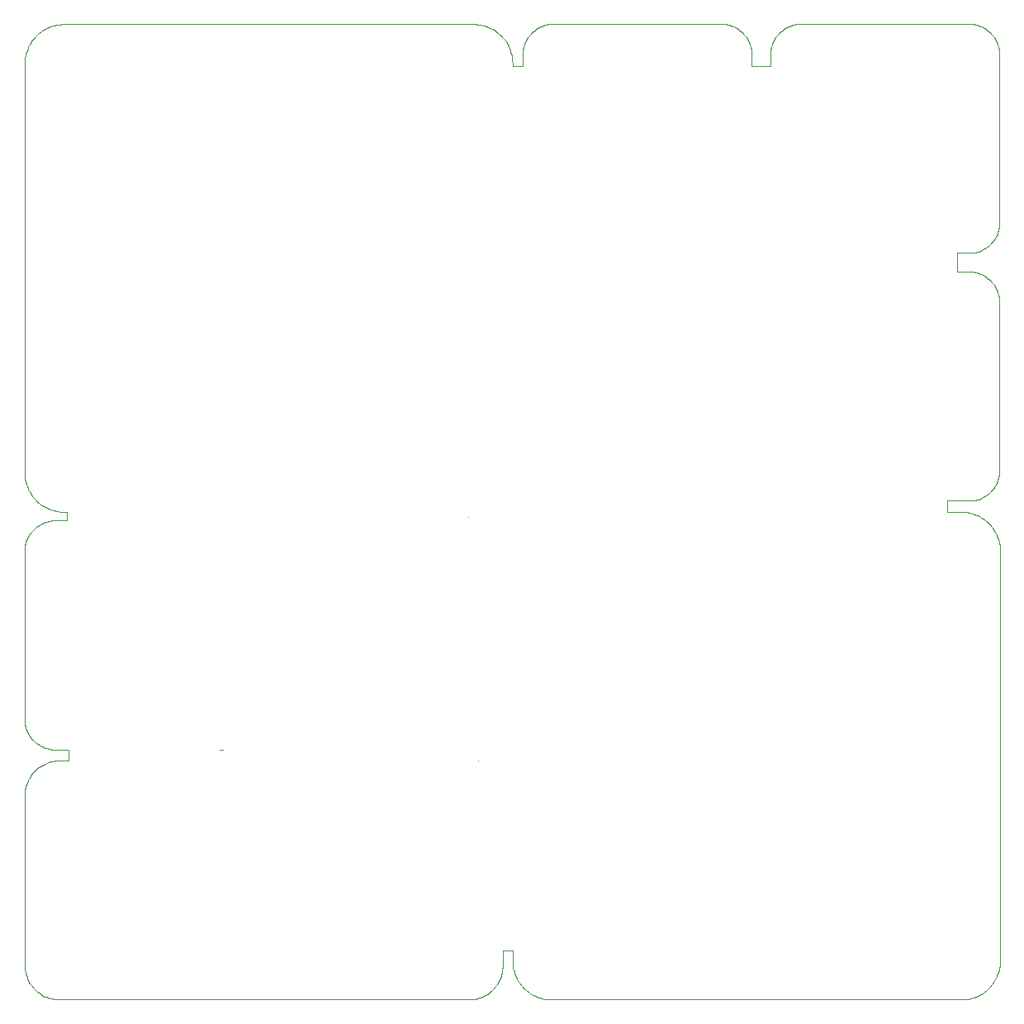
<source format=gtl>
G75*
G70*
%OFA0B0*%
%FSLAX24Y24*%
%IPPOS*%
%LPD*%
%AMOC8*
5,1,8,0,0,1.08239X$1,22.5*
%
%ADD10C,0.0000*%
D10*
X000114Y001475D02*
X000114Y001517D01*
X000114Y008368D01*
X000114Y008371D01*
X000114Y008368D02*
X000116Y008440D01*
X000122Y008512D01*
X000131Y008584D01*
X000144Y008655D01*
X000161Y008725D01*
X000181Y008794D01*
X000206Y008862D01*
X000233Y008928D01*
X000264Y008994D01*
X000299Y009057D01*
X000336Y009119D01*
X000377Y009178D01*
X000421Y009235D01*
X000468Y009290D01*
X000518Y009342D01*
X000570Y009392D01*
X000625Y009439D01*
X000682Y009483D01*
X000741Y009524D01*
X000803Y009561D01*
X000866Y009596D01*
X000932Y009627D01*
X000998Y009654D01*
X001066Y009679D01*
X001135Y009699D01*
X001205Y009716D01*
X001276Y009729D01*
X001348Y009738D01*
X001420Y009744D01*
X001492Y009746D01*
X001885Y009746D01*
X001885Y010189D01*
X001350Y010189D01*
X001489Y009746D02*
X001492Y009746D01*
X001420Y009744D01*
X001348Y009738D01*
X001276Y009729D01*
X001205Y009716D01*
X001135Y009699D01*
X001066Y009679D01*
X000998Y009654D01*
X000932Y009627D01*
X000866Y009596D01*
X000803Y009561D01*
X000741Y009524D01*
X000682Y009483D01*
X000625Y009439D01*
X000570Y009392D01*
X000518Y009342D01*
X000468Y009290D01*
X000421Y009235D01*
X000377Y009178D01*
X000336Y009119D01*
X000299Y009057D01*
X000264Y008994D01*
X000233Y008928D01*
X000206Y008862D01*
X000181Y008794D01*
X000161Y008725D01*
X000144Y008655D01*
X000131Y008584D01*
X000122Y008512D01*
X000116Y008440D01*
X000114Y008368D01*
X000100Y011439D02*
X000100Y018189D01*
X000102Y018257D01*
X000107Y018324D01*
X000116Y018391D01*
X000129Y018458D01*
X000146Y018523D01*
X000165Y018588D01*
X000189Y018652D01*
X000216Y018714D01*
X000246Y018775D01*
X000279Y018833D01*
X000315Y018890D01*
X000355Y018945D01*
X000397Y018998D01*
X000443Y019049D01*
X000490Y019096D01*
X000541Y019142D01*
X000594Y019184D01*
X000649Y019224D01*
X000706Y019260D01*
X000764Y019293D01*
X000825Y019323D01*
X000887Y019350D01*
X000951Y019374D01*
X001016Y019393D01*
X001081Y019410D01*
X001148Y019423D01*
X001215Y019432D01*
X001282Y019437D01*
X001350Y019439D01*
X001801Y019439D01*
X001801Y019444D02*
X001801Y019785D01*
X001689Y019785D01*
X001612Y019787D01*
X001535Y019793D01*
X001458Y019802D01*
X001382Y019815D01*
X001306Y019832D01*
X001232Y019853D01*
X001158Y019877D01*
X001086Y019905D01*
X001016Y019936D01*
X000947Y019971D01*
X000879Y020009D01*
X000814Y020050D01*
X000751Y020095D01*
X000690Y020143D01*
X000631Y020193D01*
X000575Y020246D01*
X000522Y020302D01*
X000472Y020361D01*
X000424Y020422D01*
X000379Y020485D01*
X000338Y020550D01*
X000300Y020618D01*
X000265Y020687D01*
X000234Y020757D01*
X000206Y020829D01*
X000182Y020903D01*
X000161Y020977D01*
X000144Y021053D01*
X000131Y021129D01*
X000122Y021206D01*
X000116Y021283D01*
X000114Y021360D01*
X000114Y037895D01*
X000116Y037972D01*
X000122Y038049D01*
X000131Y038126D01*
X000144Y038202D01*
X000161Y038278D01*
X000182Y038352D01*
X000206Y038426D01*
X000234Y038498D01*
X000265Y038568D01*
X000300Y038637D01*
X000338Y038705D01*
X000379Y038770D01*
X000424Y038833D01*
X000472Y038894D01*
X000522Y038953D01*
X000575Y039009D01*
X000631Y039062D01*
X000690Y039112D01*
X000751Y039160D01*
X000814Y039205D01*
X000879Y039246D01*
X000947Y039284D01*
X001016Y039319D01*
X001086Y039350D01*
X001158Y039378D01*
X001232Y039402D01*
X001306Y039423D01*
X001382Y039440D01*
X001458Y039453D01*
X001535Y039462D01*
X001612Y039468D01*
X001689Y039470D01*
X018224Y039470D01*
X018301Y039468D01*
X018378Y039462D01*
X018455Y039453D01*
X018531Y039440D01*
X018607Y039423D01*
X018681Y039402D01*
X018755Y039378D01*
X018827Y039350D01*
X018897Y039319D01*
X018966Y039284D01*
X019034Y039246D01*
X019099Y039205D01*
X019162Y039160D01*
X019223Y039112D01*
X019282Y039062D01*
X019338Y039009D01*
X019391Y038953D01*
X019441Y038894D01*
X019489Y038833D01*
X019534Y038770D01*
X019575Y038705D01*
X019613Y038637D01*
X019648Y038568D01*
X019679Y038498D01*
X019707Y038426D01*
X019731Y038352D01*
X019752Y038278D01*
X019769Y038202D01*
X019782Y038126D01*
X019791Y038049D01*
X019797Y037972D01*
X019799Y037895D01*
X019799Y037781D01*
X020208Y037781D01*
X020208Y038232D01*
X020210Y038300D01*
X020215Y038367D01*
X020224Y038434D01*
X020237Y038501D01*
X020254Y038566D01*
X020273Y038631D01*
X020297Y038695D01*
X020324Y038757D01*
X020354Y038818D01*
X020387Y038876D01*
X020423Y038933D01*
X020463Y038988D01*
X020505Y039041D01*
X020551Y039092D01*
X020598Y039139D01*
X020649Y039185D01*
X020702Y039227D01*
X020757Y039267D01*
X020814Y039303D01*
X020872Y039336D01*
X020933Y039366D01*
X020995Y039393D01*
X021059Y039417D01*
X021124Y039436D01*
X021189Y039453D01*
X021256Y039466D01*
X021323Y039475D01*
X021390Y039480D01*
X021458Y039482D01*
X028208Y039482D01*
X028276Y039480D01*
X028343Y039475D01*
X028410Y039466D01*
X028477Y039453D01*
X028542Y039436D01*
X028607Y039417D01*
X028671Y039393D01*
X028733Y039366D01*
X028794Y039336D01*
X028852Y039303D01*
X028909Y039267D01*
X028964Y039227D01*
X029017Y039185D01*
X029068Y039139D01*
X029115Y039092D01*
X029161Y039041D01*
X029203Y038988D01*
X029243Y038933D01*
X029279Y038876D01*
X029312Y038818D01*
X029342Y038757D01*
X029369Y038695D01*
X029393Y038631D01*
X029412Y038566D01*
X029429Y038501D01*
X029442Y038434D01*
X029451Y038367D01*
X029456Y038300D01*
X029458Y038232D01*
X029458Y037781D01*
X030208Y037781D01*
X030208Y038232D01*
X030210Y038300D01*
X030215Y038367D01*
X030224Y038434D01*
X030237Y038501D01*
X030254Y038566D01*
X030273Y038631D01*
X030297Y038695D01*
X030324Y038757D01*
X030354Y038818D01*
X030387Y038876D01*
X030423Y038933D01*
X030463Y038988D01*
X030505Y039041D01*
X030551Y039092D01*
X030598Y039139D01*
X030649Y039185D01*
X030702Y039227D01*
X030757Y039267D01*
X030814Y039303D01*
X030872Y039336D01*
X030933Y039366D01*
X030995Y039393D01*
X031059Y039417D01*
X031124Y039436D01*
X031189Y039453D01*
X031256Y039466D01*
X031323Y039475D01*
X031390Y039480D01*
X031458Y039482D01*
X038208Y039482D01*
X038276Y039480D01*
X038343Y039475D01*
X038410Y039466D01*
X038477Y039453D01*
X038542Y039436D01*
X038607Y039417D01*
X038671Y039393D01*
X038733Y039366D01*
X038794Y039336D01*
X038852Y039303D01*
X038909Y039267D01*
X038964Y039227D01*
X039017Y039185D01*
X039068Y039139D01*
X039115Y039092D01*
X039161Y039041D01*
X039203Y038988D01*
X039243Y038933D01*
X039279Y038876D01*
X039312Y038818D01*
X039342Y038757D01*
X039369Y038695D01*
X039393Y038631D01*
X039412Y038566D01*
X039429Y038501D01*
X039442Y038434D01*
X039451Y038367D01*
X039456Y038300D01*
X039458Y038232D01*
X039458Y031482D01*
X039456Y031414D01*
X039451Y031347D01*
X039442Y031280D01*
X039429Y031213D01*
X039412Y031148D01*
X039393Y031083D01*
X039369Y031019D01*
X039342Y030957D01*
X039312Y030896D01*
X039279Y030838D01*
X039243Y030781D01*
X039203Y030726D01*
X039161Y030673D01*
X039115Y030622D01*
X039068Y030575D01*
X039017Y030529D01*
X038964Y030487D01*
X038909Y030447D01*
X038852Y030411D01*
X038794Y030378D01*
X038733Y030348D01*
X038671Y030321D01*
X038607Y030297D01*
X038542Y030278D01*
X038477Y030261D01*
X038410Y030248D01*
X038343Y030239D01*
X038276Y030234D01*
X038208Y030232D01*
X037757Y030232D01*
X037757Y029482D01*
X038208Y029482D01*
X038276Y029480D01*
X038343Y029475D01*
X038410Y029466D01*
X038477Y029453D01*
X038542Y029436D01*
X038607Y029417D01*
X038671Y029393D01*
X038733Y029366D01*
X038794Y029336D01*
X038852Y029303D01*
X038909Y029267D01*
X038964Y029227D01*
X039017Y029185D01*
X039068Y029139D01*
X039115Y029092D01*
X039161Y029041D01*
X039203Y028988D01*
X039243Y028933D01*
X039279Y028876D01*
X039312Y028818D01*
X039342Y028757D01*
X039369Y028695D01*
X039393Y028631D01*
X039412Y028566D01*
X039429Y028501D01*
X039442Y028434D01*
X039451Y028367D01*
X039456Y028300D01*
X039458Y028232D01*
X039458Y021482D01*
X039456Y021414D01*
X039451Y021347D01*
X039442Y021280D01*
X039429Y021213D01*
X039412Y021148D01*
X039393Y021083D01*
X039369Y021019D01*
X039342Y020957D01*
X039312Y020896D01*
X039279Y020838D01*
X039243Y020781D01*
X039203Y020726D01*
X039161Y020673D01*
X039115Y020622D01*
X039068Y020575D01*
X039017Y020529D01*
X038964Y020487D01*
X038909Y020447D01*
X038852Y020411D01*
X038794Y020378D01*
X038733Y020348D01*
X038671Y020321D01*
X038607Y020297D01*
X038542Y020278D01*
X038477Y020261D01*
X038410Y020248D01*
X038343Y020239D01*
X038276Y020234D01*
X038208Y020232D01*
X037364Y020232D01*
X037364Y019785D01*
X037909Y019785D01*
X037986Y019783D01*
X038063Y019777D01*
X038140Y019768D01*
X038216Y019755D01*
X038292Y019738D01*
X038366Y019717D01*
X038440Y019693D01*
X038512Y019665D01*
X038582Y019634D01*
X038651Y019599D01*
X038719Y019561D01*
X038784Y019520D01*
X038847Y019475D01*
X038908Y019427D01*
X038967Y019377D01*
X039023Y019324D01*
X039076Y019268D01*
X039126Y019209D01*
X039174Y019148D01*
X039219Y019085D01*
X039260Y019020D01*
X039298Y018952D01*
X039333Y018883D01*
X039364Y018813D01*
X039392Y018741D01*
X039416Y018667D01*
X039437Y018593D01*
X039454Y018517D01*
X039467Y018441D01*
X039476Y018364D01*
X039482Y018287D01*
X039484Y018210D01*
X039484Y001675D01*
X039482Y001598D01*
X039476Y001521D01*
X039467Y001444D01*
X039454Y001368D01*
X039437Y001292D01*
X039416Y001218D01*
X039392Y001144D01*
X039364Y001072D01*
X039333Y001002D01*
X039298Y000933D01*
X039260Y000865D01*
X039219Y000800D01*
X039174Y000737D01*
X039126Y000676D01*
X039076Y000617D01*
X039023Y000561D01*
X038967Y000508D01*
X038908Y000458D01*
X038847Y000410D01*
X038784Y000365D01*
X038719Y000324D01*
X038651Y000286D01*
X038582Y000251D01*
X038512Y000220D01*
X038440Y000192D01*
X038366Y000168D01*
X038292Y000147D01*
X038216Y000130D01*
X038140Y000117D01*
X038063Y000108D01*
X037986Y000102D01*
X037909Y000100D01*
X021374Y000100D01*
X021297Y000102D01*
X021220Y000108D01*
X021143Y000117D01*
X021067Y000130D01*
X020991Y000147D01*
X020917Y000168D01*
X020843Y000192D01*
X020771Y000220D01*
X020701Y000251D01*
X020632Y000286D01*
X020564Y000324D01*
X020499Y000365D01*
X020436Y000410D01*
X020375Y000458D01*
X020316Y000508D01*
X020260Y000561D01*
X020207Y000617D01*
X020157Y000676D01*
X020109Y000737D01*
X020064Y000800D01*
X020023Y000865D01*
X019985Y000933D01*
X019950Y001002D01*
X019919Y001072D01*
X019891Y001144D01*
X019867Y001218D01*
X019846Y001292D01*
X019829Y001368D01*
X019816Y001444D01*
X019807Y001521D01*
X019801Y001598D01*
X019799Y001675D01*
X019799Y002069D01*
X019405Y002069D01*
X019405Y001478D01*
X019403Y001406D01*
X019397Y001334D01*
X019388Y001262D01*
X019375Y001191D01*
X019358Y001121D01*
X019338Y001052D01*
X019313Y000984D01*
X019286Y000918D01*
X019255Y000852D01*
X019220Y000789D01*
X019183Y000727D01*
X019142Y000668D01*
X019098Y000611D01*
X019051Y000556D01*
X019001Y000504D01*
X018949Y000454D01*
X018894Y000407D01*
X018837Y000363D01*
X018778Y000322D01*
X018716Y000285D01*
X018653Y000250D01*
X018587Y000219D01*
X018521Y000192D01*
X018453Y000167D01*
X018384Y000147D01*
X018314Y000130D01*
X018243Y000117D01*
X018171Y000108D01*
X018099Y000102D01*
X018027Y000100D01*
X018030Y000100D01*
X018027Y000100D02*
X001492Y000100D01*
X001489Y000100D01*
X001491Y000100D02*
X001418Y000103D01*
X001345Y000110D01*
X001273Y000120D01*
X001201Y000135D01*
X001130Y000153D01*
X001060Y000175D01*
X000992Y000200D01*
X000924Y000229D01*
X000859Y000261D01*
X000795Y000297D01*
X000733Y000336D01*
X000673Y000379D01*
X000616Y000424D01*
X000561Y000472D01*
X000509Y000523D01*
X000459Y000577D01*
X000412Y000634D01*
X000369Y000692D01*
X000328Y000753D01*
X000291Y000816D01*
X000257Y000881D01*
X000226Y000947D01*
X000199Y001015D01*
X000175Y001085D01*
X000156Y001155D01*
X000140Y001227D01*
X000127Y001299D01*
X000119Y001371D01*
X000114Y001445D01*
X000113Y001518D01*
X000114Y001445D01*
X000119Y001371D01*
X000127Y001299D01*
X000140Y001227D01*
X000156Y001155D01*
X000175Y001085D01*
X000199Y001015D01*
X000226Y000947D01*
X000257Y000881D01*
X000291Y000816D01*
X000328Y000753D01*
X000369Y000692D01*
X000412Y000634D01*
X000459Y000577D01*
X000509Y000523D01*
X000561Y000472D01*
X000616Y000424D01*
X000673Y000379D01*
X000733Y000336D01*
X000795Y000297D01*
X000859Y000261D01*
X000924Y000229D01*
X000992Y000200D01*
X001060Y000175D01*
X001130Y000153D01*
X001201Y000135D01*
X001273Y000120D01*
X001345Y000110D01*
X001418Y000103D01*
X001491Y000100D01*
X007988Y010189D02*
X008100Y010189D01*
X001350Y010189D02*
X001282Y010191D01*
X001215Y010196D01*
X001148Y010205D01*
X001081Y010218D01*
X001016Y010235D01*
X000951Y010254D01*
X000887Y010278D01*
X000825Y010305D01*
X000764Y010335D01*
X000706Y010368D01*
X000649Y010404D01*
X000594Y010444D01*
X000541Y010486D01*
X000490Y010532D01*
X000443Y010579D01*
X000397Y010630D01*
X000355Y010683D01*
X000315Y010738D01*
X000279Y010795D01*
X000246Y010853D01*
X000216Y010914D01*
X000189Y010976D01*
X000165Y011040D01*
X000146Y011105D01*
X000129Y011170D01*
X000116Y011237D01*
X000107Y011304D01*
X000102Y011371D01*
X000100Y011439D01*
X000102Y011371D01*
X000107Y011304D01*
X000116Y011237D01*
X000129Y011170D01*
X000146Y011105D01*
X000165Y011040D01*
X000189Y010976D01*
X000216Y010914D01*
X000246Y010853D01*
X000279Y010795D01*
X000315Y010738D01*
X000355Y010683D01*
X000397Y010630D01*
X000443Y010579D01*
X000490Y010532D01*
X000541Y010486D01*
X000594Y010444D01*
X000649Y010404D01*
X000706Y010368D01*
X000764Y010335D01*
X000825Y010305D01*
X000887Y010278D01*
X000951Y010254D01*
X001016Y010235D01*
X001081Y010218D01*
X001148Y010205D01*
X001215Y010196D01*
X001282Y010191D01*
X001350Y010189D01*
X000100Y018189D02*
X000102Y018257D01*
X000107Y018324D01*
X000116Y018391D01*
X000129Y018458D01*
X000146Y018523D01*
X000165Y018588D01*
X000189Y018652D01*
X000216Y018714D01*
X000246Y018775D01*
X000279Y018833D01*
X000315Y018890D01*
X000355Y018945D01*
X000397Y018998D01*
X000443Y019049D01*
X000490Y019096D01*
X000541Y019142D01*
X000594Y019184D01*
X000649Y019224D01*
X000706Y019260D01*
X000764Y019293D01*
X000825Y019323D01*
X000887Y019350D01*
X000951Y019374D01*
X001016Y019393D01*
X001081Y019410D01*
X001148Y019423D01*
X001215Y019432D01*
X001282Y019437D01*
X001350Y019439D01*
X001689Y019785D02*
X001612Y019787D01*
X001535Y019793D01*
X001458Y019802D01*
X001382Y019815D01*
X001306Y019832D01*
X001232Y019853D01*
X001158Y019877D01*
X001086Y019905D01*
X001016Y019936D01*
X000947Y019971D01*
X000879Y020009D01*
X000814Y020050D01*
X000751Y020095D01*
X000690Y020143D01*
X000631Y020193D01*
X000575Y020246D01*
X000522Y020302D01*
X000472Y020361D01*
X000424Y020422D01*
X000379Y020485D01*
X000338Y020550D01*
X000300Y020618D01*
X000265Y020687D01*
X000234Y020757D01*
X000206Y020829D01*
X000182Y020903D01*
X000161Y020977D01*
X000144Y021053D01*
X000131Y021129D01*
X000122Y021206D01*
X000116Y021283D01*
X000114Y021360D01*
X000114Y037895D02*
X000116Y037972D01*
X000122Y038049D01*
X000131Y038126D01*
X000144Y038202D01*
X000161Y038278D01*
X000182Y038352D01*
X000206Y038426D01*
X000234Y038498D01*
X000265Y038568D01*
X000300Y038637D01*
X000338Y038705D01*
X000379Y038770D01*
X000424Y038833D01*
X000472Y038894D01*
X000522Y038953D01*
X000575Y039009D01*
X000631Y039062D01*
X000690Y039112D01*
X000751Y039160D01*
X000814Y039205D01*
X000879Y039246D01*
X000947Y039284D01*
X001016Y039319D01*
X001086Y039350D01*
X001158Y039378D01*
X001232Y039402D01*
X001306Y039423D01*
X001382Y039440D01*
X001458Y039453D01*
X001535Y039462D01*
X001612Y039468D01*
X001689Y039470D01*
X018224Y039470D02*
X018301Y039468D01*
X018378Y039462D01*
X018455Y039453D01*
X018531Y039440D01*
X018607Y039423D01*
X018681Y039402D01*
X018755Y039378D01*
X018827Y039350D01*
X018897Y039319D01*
X018966Y039284D01*
X019034Y039246D01*
X019099Y039205D01*
X019162Y039160D01*
X019223Y039112D01*
X019282Y039062D01*
X019338Y039009D01*
X019391Y038953D01*
X019441Y038894D01*
X019489Y038833D01*
X019534Y038770D01*
X019575Y038705D01*
X019613Y038637D01*
X019648Y038568D01*
X019679Y038498D01*
X019707Y038426D01*
X019731Y038352D01*
X019752Y038278D01*
X019769Y038202D01*
X019782Y038126D01*
X019791Y038049D01*
X019797Y037972D01*
X019799Y037895D01*
X020208Y038232D02*
X020210Y038300D01*
X020215Y038367D01*
X020224Y038434D01*
X020237Y038501D01*
X020254Y038566D01*
X020273Y038631D01*
X020297Y038695D01*
X020324Y038757D01*
X020354Y038818D01*
X020387Y038876D01*
X020423Y038933D01*
X020463Y038988D01*
X020505Y039041D01*
X020551Y039092D01*
X020598Y039139D01*
X020649Y039185D01*
X020702Y039227D01*
X020757Y039267D01*
X020814Y039303D01*
X020872Y039336D01*
X020933Y039366D01*
X020995Y039393D01*
X021059Y039417D01*
X021124Y039436D01*
X021189Y039453D01*
X021256Y039466D01*
X021323Y039475D01*
X021390Y039480D01*
X021458Y039482D01*
X028208Y039482D02*
X028276Y039480D01*
X028343Y039475D01*
X028410Y039466D01*
X028477Y039453D01*
X028542Y039436D01*
X028607Y039417D01*
X028671Y039393D01*
X028733Y039366D01*
X028794Y039336D01*
X028852Y039303D01*
X028909Y039267D01*
X028964Y039227D01*
X029017Y039185D01*
X029068Y039139D01*
X029115Y039092D01*
X029161Y039041D01*
X029203Y038988D01*
X029243Y038933D01*
X029279Y038876D01*
X029312Y038818D01*
X029342Y038757D01*
X029369Y038695D01*
X029393Y038631D01*
X029412Y038566D01*
X029429Y038501D01*
X029442Y038434D01*
X029451Y038367D01*
X029456Y038300D01*
X029458Y038232D01*
X030208Y038232D02*
X030210Y038300D01*
X030215Y038367D01*
X030224Y038434D01*
X030237Y038501D01*
X030254Y038566D01*
X030273Y038631D01*
X030297Y038695D01*
X030324Y038757D01*
X030354Y038818D01*
X030387Y038876D01*
X030423Y038933D01*
X030463Y038988D01*
X030505Y039041D01*
X030551Y039092D01*
X030598Y039139D01*
X030649Y039185D01*
X030702Y039227D01*
X030757Y039267D01*
X030814Y039303D01*
X030872Y039336D01*
X030933Y039366D01*
X030995Y039393D01*
X031059Y039417D01*
X031124Y039436D01*
X031189Y039453D01*
X031256Y039466D01*
X031323Y039475D01*
X031390Y039480D01*
X031458Y039482D01*
X038208Y039482D02*
X038276Y039480D01*
X038343Y039475D01*
X038410Y039466D01*
X038477Y039453D01*
X038542Y039436D01*
X038607Y039417D01*
X038671Y039393D01*
X038733Y039366D01*
X038794Y039336D01*
X038852Y039303D01*
X038909Y039267D01*
X038964Y039227D01*
X039017Y039185D01*
X039068Y039139D01*
X039115Y039092D01*
X039161Y039041D01*
X039203Y038988D01*
X039243Y038933D01*
X039279Y038876D01*
X039312Y038818D01*
X039342Y038757D01*
X039369Y038695D01*
X039393Y038631D01*
X039412Y038566D01*
X039429Y038501D01*
X039442Y038434D01*
X039451Y038367D01*
X039456Y038300D01*
X039458Y038232D01*
X039458Y031482D02*
X039456Y031414D01*
X039451Y031347D01*
X039442Y031280D01*
X039429Y031213D01*
X039412Y031148D01*
X039393Y031083D01*
X039369Y031019D01*
X039342Y030957D01*
X039312Y030896D01*
X039279Y030838D01*
X039243Y030781D01*
X039203Y030726D01*
X039161Y030673D01*
X039115Y030622D01*
X039068Y030575D01*
X039017Y030529D01*
X038964Y030487D01*
X038909Y030447D01*
X038852Y030411D01*
X038794Y030378D01*
X038733Y030348D01*
X038671Y030321D01*
X038607Y030297D01*
X038542Y030278D01*
X038477Y030261D01*
X038410Y030248D01*
X038343Y030239D01*
X038276Y030234D01*
X038208Y030232D01*
X038208Y029482D02*
X038276Y029480D01*
X038343Y029475D01*
X038410Y029466D01*
X038477Y029453D01*
X038542Y029436D01*
X038607Y029417D01*
X038671Y029393D01*
X038733Y029366D01*
X038794Y029336D01*
X038852Y029303D01*
X038909Y029267D01*
X038964Y029227D01*
X039017Y029185D01*
X039068Y029139D01*
X039115Y029092D01*
X039161Y029041D01*
X039203Y028988D01*
X039243Y028933D01*
X039279Y028876D01*
X039312Y028818D01*
X039342Y028757D01*
X039369Y028695D01*
X039393Y028631D01*
X039412Y028566D01*
X039429Y028501D01*
X039442Y028434D01*
X039451Y028367D01*
X039456Y028300D01*
X039458Y028232D01*
X039458Y021482D02*
X039456Y021414D01*
X039451Y021347D01*
X039442Y021280D01*
X039429Y021213D01*
X039412Y021148D01*
X039393Y021083D01*
X039369Y021019D01*
X039342Y020957D01*
X039312Y020896D01*
X039279Y020838D01*
X039243Y020781D01*
X039203Y020726D01*
X039161Y020673D01*
X039115Y020622D01*
X039068Y020575D01*
X039017Y020529D01*
X038964Y020487D01*
X038909Y020447D01*
X038852Y020411D01*
X038794Y020378D01*
X038733Y020348D01*
X038671Y020321D01*
X038607Y020297D01*
X038542Y020278D01*
X038477Y020261D01*
X038410Y020248D01*
X038343Y020239D01*
X038276Y020234D01*
X038208Y020232D01*
X037909Y019785D02*
X037986Y019783D01*
X038063Y019777D01*
X038140Y019768D01*
X038216Y019755D01*
X038292Y019738D01*
X038366Y019717D01*
X038440Y019693D01*
X038512Y019665D01*
X038582Y019634D01*
X038651Y019599D01*
X038719Y019561D01*
X038784Y019520D01*
X038847Y019475D01*
X038908Y019427D01*
X038967Y019377D01*
X039023Y019324D01*
X039076Y019268D01*
X039126Y019209D01*
X039174Y019148D01*
X039219Y019085D01*
X039260Y019020D01*
X039298Y018952D01*
X039333Y018883D01*
X039364Y018813D01*
X039392Y018741D01*
X039416Y018667D01*
X039437Y018593D01*
X039454Y018517D01*
X039467Y018441D01*
X039476Y018364D01*
X039482Y018287D01*
X039484Y018210D01*
X039484Y001675D02*
X039482Y001598D01*
X039476Y001521D01*
X039467Y001444D01*
X039454Y001368D01*
X039437Y001292D01*
X039416Y001218D01*
X039392Y001144D01*
X039364Y001072D01*
X039333Y001002D01*
X039298Y000933D01*
X039260Y000865D01*
X039219Y000800D01*
X039174Y000737D01*
X039126Y000676D01*
X039076Y000617D01*
X039023Y000561D01*
X038967Y000508D01*
X038908Y000458D01*
X038847Y000410D01*
X038784Y000365D01*
X038719Y000324D01*
X038651Y000286D01*
X038582Y000251D01*
X038512Y000220D01*
X038440Y000192D01*
X038366Y000168D01*
X038292Y000147D01*
X038216Y000130D01*
X038140Y000117D01*
X038063Y000108D01*
X037986Y000102D01*
X037909Y000100D01*
X021374Y000100D02*
X021297Y000102D01*
X021220Y000108D01*
X021143Y000117D01*
X021067Y000130D01*
X020991Y000147D01*
X020917Y000168D01*
X020843Y000192D01*
X020771Y000220D01*
X020701Y000251D01*
X020632Y000286D01*
X020564Y000324D01*
X020499Y000365D01*
X020436Y000410D01*
X020375Y000458D01*
X020316Y000508D01*
X020260Y000561D01*
X020207Y000617D01*
X020157Y000676D01*
X020109Y000737D01*
X020064Y000800D01*
X020023Y000865D01*
X019985Y000933D01*
X019950Y001002D01*
X019919Y001072D01*
X019891Y001144D01*
X019867Y001218D01*
X019846Y001292D01*
X019829Y001368D01*
X019816Y001444D01*
X019807Y001521D01*
X019801Y001598D01*
X019799Y001675D01*
X019405Y001478D02*
X019403Y001406D01*
X019397Y001334D01*
X019388Y001262D01*
X019375Y001191D01*
X019358Y001121D01*
X019338Y001052D01*
X019313Y000984D01*
X019286Y000918D01*
X019255Y000852D01*
X019220Y000789D01*
X019183Y000727D01*
X019142Y000668D01*
X019098Y000611D01*
X019051Y000556D01*
X019001Y000504D01*
X018949Y000454D01*
X018894Y000407D01*
X018837Y000363D01*
X018778Y000322D01*
X018716Y000285D01*
X018653Y000250D01*
X018587Y000219D01*
X018521Y000192D01*
X018453Y000167D01*
X018384Y000147D01*
X018314Y000130D01*
X018243Y000117D01*
X018171Y000108D01*
X018099Y000102D01*
X018027Y000100D01*
X018421Y009746D02*
X018424Y009746D01*
X018030Y019588D02*
X018027Y019588D01*
M02*

</source>
